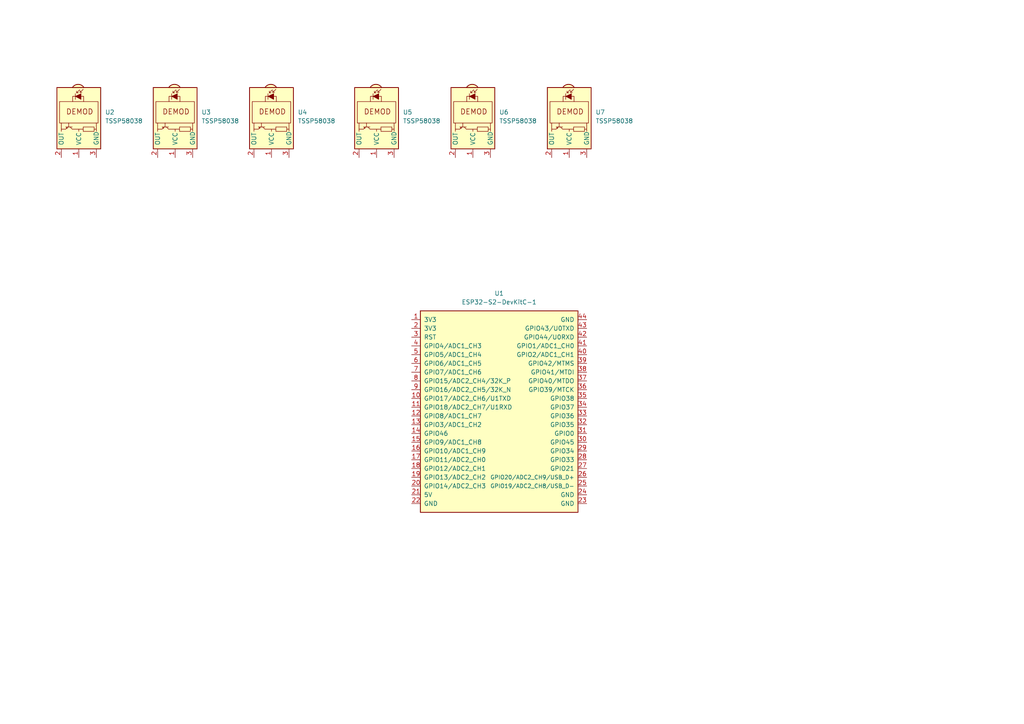
<source format=kicad_sch>
(kicad_sch (version 20231120) (generator "eeschema") (generator_version "8.0")
  (paper "A4")
  (lib_symbols
    (symbol "PCM_Espressif:ESP32-S2-DevKitC-1" (pin_names (offset 1.016))
      (property "Reference" "U" (at -22.86 33.02 0))
      (property "Value" "ESP32-S2-DevKitC-1" (at -22.86 30.48 0))
      (symbol "ESP32-S2-DevKitC-1_0_0"
        (pin input line (at -25.4 -7.62 0) (length 2.54) (name "GPIO46") (number "14"))
        (pin bidirectional line (at -25.4 -20.32 0) (length 2.54) (name "GPIO13/ADC2_CH2") (number "19"))
        (pin power_in line (at -25.4 22.86 0) (length 2.54) (name "3V3") (number "2"))
        (pin bidirectional line (at 25.4 12.7 180) (length 2.54) (name "GPIO42/MTMS") (number "39"))
        (pin bidirectional line (at 25.4 15.24 180) (length 2.54) (name "GPIO2/ADC1_CH1") (number "40"))
        (pin bidirectional line (at 25.4 17.78 180) (length 2.54) (name "GPIO1/ADC1_CH0") (number "41"))
        (pin bidirectional line (at 25.4 20.32 180) (length 2.54) (name "GPIO44/U0RXD") (number "42"))
        (pin bidirectional line (at 25.4 22.86 180) (length 2.54) (name "GPIO43/U0TXD") (number "43"))
        (pin power_in line (at 25.4 25.4 180) (length 2.54) (name "GND") (number "44"))
      )
      (symbol "ESP32-S2-DevKitC-1_0_1"
        (rectangle (start -22.86 27.94) (end 22.86 -30.48) (stroke (width 0.254)) (fill (type background)))
      )
      (symbol "ESP32-S2-DevKitC-1_1_1"
        (pin power_in line (at -25.4 25.4 0) (length 2.54) (name "3V3") (number "1"))
        (pin bidirectional line (at -25.4 2.54 0) (length 2.54) (name "GPIO17/ADC2_CH6/U1TXD") (number "10"))
        (pin bidirectional line (at -25.4 0 0) (length 2.54) (name "GPIO18/ADC2_CH7/U1RXD") (number "11"))
        (pin bidirectional line (at -25.4 -2.54 0) (length 2.54) (name "GPIO8/ADC1_CH7") (number "12"))
        (pin bidirectional line (at -25.4 -5.08 0) (length 2.54) (name "GPIO3/ADC1_CH2") (number "13"))
        (pin bidirectional line (at -25.4 -10.16 0) (length 2.54) (name "GPIO9/ADC1_CH8") (number "15"))
        (pin bidirectional line (at -25.4 -12.7 0) (length 2.54) (name "GPIO10/ADC1_CH9") (number "16"))
        (pin bidirectional line (at -25.4 -15.24 0) (length 2.54) (name "GPIO11/ADC2_CH0") (number "17"))
        (pin bidirectional line (at -25.4 -17.78 0) (length 2.54) (name "GPIO12/ADC2_CH1") (number "18"))
        (pin bidirectional line (at -25.4 -22.86 0) (length 2.54) (name "GPIO14/ADC2_CH3") (number "20"))
        (pin power_in line (at -25.4 -25.4 0) (length 2.54) (name "5V") (number "21"))
        (pin power_in line (at -25.4 -27.94 0) (length 2.54) (name "GND") (number "22"))
        (pin power_in line (at 25.4 -27.94 180) (length 2.54) (name "GND") (number "23"))
        (pin power_in line (at 25.4 -25.4 180) (length 2.54) (name "GND") (number "24"))
        (pin bidirectional line (at 25.4 -22.86 180) (length 2.54) (name "GPIO19/ADC2_CH8/USB_D-") (number "25"))
        (pin bidirectional line (at 25.4 -20.32 180) (length 2.54) (name "GPIO20/ADC2_CH9/USB_D+") (number "26"))
        (pin bidirectional line (at 25.4 -17.78 180) (length 2.54) (name "GPIO21") (number "27"))
        (pin bidirectional line (at 25.4 -15.24 180) (length 2.54) (name "GPIO33") (number "28"))
        (pin bidirectional line (at 25.4 -12.7 180) (length 2.54) (name "GPIO34") (number "29"))
        (pin input line (at -25.4 20.32 0) (length 2.54) (name "RST") (number "3"))
        (pin bidirectional line (at 25.4 -10.16 180) (length 2.54) (name "GPIO45") (number "30"))
        (pin bidirectional line (at 25.4 -7.62 180) (length 2.54) (name "GPIO0") (number "31"))
        (pin bidirectional line (at 25.4 -5.08 180) (length 2.54) (name "GPIO35") (number "32"))
        (pin bidirectional line (at 25.4 -2.54 180) (length 2.54) (name "GPIO36") (number "33"))
        (pin bidirectional line (at 25.4 0 180) (length 2.54) (name "GPIO37") (number "34"))
        (pin bidirectional line (at 25.4 2.54 180) (length 2.54) (name "GPIO38") (number "35"))
        (pin bidirectional line (at 25.4 5.08 180) (length 2.54) (name "GPIO39/MTCK") (number "36"))
        (pin bidirectional line (at 25.4 7.62 180) (length 2.54) (name "GPIO40/MTDO") (number "37"))
        (pin bidirectional line (at 25.4 10.16 180) (length 2.54) (name "GPIO41/MTDI") (number "38"))
        (pin bidirectional line (at -25.4 17.78 0) (length 2.54) (name "GPIO4/ADC1_CH3") (number "4"))
        (pin bidirectional line (at -25.4 15.24 0) (length 2.54) (name "GPIO5/ADC1_CH4") (number "5"))
        (pin bidirectional line (at -25.4 12.7 0) (length 2.54) (name "GPIO6/ADC1_CH5") (number "6"))
        (pin bidirectional line (at -25.4 10.16 0) (length 2.54) (name "GPIO7/ADC1_CH6") (number "7"))
        (pin bidirectional line (at -25.4 7.62 0) (length 2.54) (name "GPIO15/ADC2_CH4/32K_P") (number "8"))
        (pin bidirectional line (at -25.4 5.08 0) (length 2.54) (name "GPIO16/ADC2_CH5/32K_N") (number "9"))
      )
    )
    (symbol "Sensor_Proximity:TSSP58038" (pin_names (offset 1.016))
      (property "Reference" "U2" (at -1.735 11.43 0))
      (property "Value" "TSSP58038" (at -1.735 8.89 0))
      (symbol "TSSP58038_0_0"
        (arc (start -10.287 1.397) (mid -11.0899 -0.1852) (end -10.287 -1.778) (stroke (width 0.254)) (fill (type background)))
        (polyline (pts (xy 1.905 -5.08) (xy 0.127 -5.08)))
        (polyline (pts (xy 1.905 5.08) (xy 0.127 5.08)))
        (text "DEMOD" (at -3.175 0.254 900) (effects (font (size 1.524 1.524))))
      )
      (symbol "TSSP58038_0_1"
        (rectangle (start -10.16 6.35) (end 7.62 -6.35) (stroke (width 0.254)) (fill (type background)))
        (rectangle (start -6.096 5.588) (end 0.127 -5.588))
        (polyline (pts (xy -8.763 0.381) (xy -9.652 1.27)))
        (polyline (pts (xy -8.763 0.381) (xy -9.271 0.381)))
        (polyline (pts (xy -8.763 0.381) (xy -8.763 0.889)))
        (polyline (pts (xy -8.636 -0.635) (xy -9.525 0.254)))
        (polyline (pts (xy -8.636 -0.635) (xy -9.144 -0.635)))
        (polyline (pts (xy -8.636 -0.635) (xy -8.636 -0.127)))
        (polyline (pts (xy -8.382 -1.016) (xy -6.731 -1.016)))
        (polyline (pts (xy 1.27 -2.921) (xy 0.127 -2.921)))
        (polyline (pts (xy 1.27 -1.905) (xy 1.27 -3.81)))
        (polyline (pts (xy 1.397 -3.556) (xy 1.524 -3.556)))
        (polyline (pts (xy 1.651 -3.556) (xy 1.524 -3.556)))
        (polyline (pts (xy 1.651 -3.556) (xy 1.651 -3.302)))
        (polyline (pts (xy 1.905 0) (xy 1.905 1.27)))
        (polyline (pts (xy 1.905 4.445) (xy 1.905 5.08) (xy 2.54 5.08)))
        (polyline (pts (xy -8.382 0.635) (xy -6.731 0.635) (xy -7.62 -1.016) (xy -8.382 0.635)) (fill (type outline)))
        (polyline (pts (xy -6.096 1.397) (xy -7.62 1.397) (xy -7.62 -1.778) (xy -6.096 -1.778)))
        (polyline (pts (xy 1.27 -3.175) (xy 1.905 -3.81) (xy 1.905 -5.08) (xy 2.54 -5.08)))
        (polyline (pts (xy 1.27 -2.54) (xy 1.905 -1.905) (xy 1.905 0) (xy 2.54 0)))
        (rectangle (start 2.54 1.27) (end 1.27 4.445))
      )
      (symbol "TSSP58038_1_1"
        (pin output line (at 10.16 0 180) (length 2.54) (name "VCC") (number "1"))
        (pin power_in line (at 10.16 -5.08 180) (length 2.54) (name "OUT") (number "2"))
        (pin power_in line (at 10.16 5.08 180) (length 2.54) (name "GND") (number "3"))
      )
    )
  )
  (symbol (lib_id "Sensor_Proximity:TSSP58038") (at 137.16 35.56 270) (unit 1)
    (property "Reference" "U6" (at 144.78 32.5549 90) (effects (justify left)))
    (property "Value" "TSSP58038" (at 144.78 35.0949 90) (effects (justify left)))
    (property "Footprint" "OptoDevice:Vishay_MINICAST-3Pin" (effects (hide yes)))
    (property "Datasheet" "http://www.vishay.com/docs/82476/tssp58p38.pdf" (effects (hide yes)))
    (property "Description" "IR Detector for Mid Range Proximity Sensor" (effects (hide yes)))
  )
  (symbol (lib_id "Sensor_Proximity:TSSP58038") (at 109.22 35.56 270) (unit 1)
    (property "Reference" "U5" (at 116.84 32.5549 90) (effects (justify left)))
    (property "Value" "TSSP58038" (at 116.84 35.0949 90) (effects (justify left)))
    (property "Footprint" "OptoDevice:Vishay_MINICAST-3Pin" (effects (hide yes)))
    (property "Datasheet" "http://www.vishay.com/docs/82476/tssp58p38.pdf" (effects (hide yes)))
    (property "Description" "IR Detector for Mid Range Proximity Sensor" (effects (hide yes)))
  )
  (symbol (lib_id "Sensor_Proximity:TSSP58038") (at 22.86 35.56 270) (unit 1)
    (property "Reference" "U2" (at 30.48 32.5549 90) (effects (justify left)))
    (property "Value" "TSSP58038" (at 30.48 35.0949 90) (effects (justify left)))
    (property "Footprint" "OptoDevice:Vishay_MINICAST-3Pin" (effects (hide yes)))
    (property "Datasheet" "http://www.vishay.com/docs/82476/tssp58p38.pdf" (effects (hide yes)))
    (property "Description" "IR Detector for Mid Range Proximity Sensor" (effects (hide yes)))
  )
  (symbol (lib_id "Sensor_Proximity:TSSP58038") (at 50.8 35.56 270) (unit 1)
    (property "Reference" "U3" (at 58.42 32.5549 90) (effects (justify left)))
    (property "Value" "TSSP58038" (at 58.42 35.0949 90) (effects (justify left)))
    (property "Footprint" "OptoDevice:Vishay_MINICAST-3Pin" (effects (hide yes)))
    (property "Datasheet" "http://www.vishay.com/docs/82476/tssp58p38.pdf" (effects (hide yes)))
    (property "Description" "IR Detector for Mid Range Proximity Sensor" (effects (hide yes)))
  )
  (symbol (lib_id "Sensor_Proximity:TSSP58038") (at 165.1 35.56 270) (unit 1)
    (property "Reference" "U7" (at 172.72 32.5549 90) (effects (justify left)))
    (property "Value" "TSSP58038" (at 172.72 35.0949 90) (effects (justify left)))
    (property "Footprint" "OptoDevice:Vishay_MINICAST-3Pin" (effects (hide yes)))
    (property "Datasheet" "http://www.vishay.com/docs/82476/tssp58p38.pdf" (effects (hide yes)))
    (property "Description" "IR Detector for Mid Range Proximity Sensor" (effects (hide yes)))
  )
  (symbol (lib_id "PCM_Espressif:ESP32-S2-DevKitC-1") (at 144.78 118.11 0) (unit 1)
    (property "Reference" "U1" (at 144.78 85.09 0))
    (property "Value" "ESP32-S2-DevKitC-1" (at 144.78 87.63 0))
    (property "Footprint" "PCM_Espressif:ESP32-S2-DevKitC-1" (effects (hide yes)))
    (property "Datasheet" "https://docs.espressif.com/projects/esp-idf/en/latest/esp32s2/hw-reference/esp32s2/user-guide-s2-devkitc-1.html" (effects (hide yes)))
    (property "Description" "ESP32-S2-DevKitC-1" (effects (hide yes)))
  )
  (symbol (lib_id "Sensor_Proximity:TSSP58038") (at 78.74 35.56 270) (unit 1)
    (property "Reference" "U4" (at 86.36 32.5549 90) (effects (justify left)))
    (property "Value" "TSSP58038" (at 86.36 35.0949 90) (effects (justify left)))
    (property "Footprint" "OptoDevice:Vishay_MINICAST-3Pin" (effects (hide yes)))
    (property "Datasheet" "http://www.vishay.com/docs/82476/tssp58p38.pdf" (effects (hide yes)))
    (property "Description" "IR Detector for Mid Range Proximity Sensor" (effects (hide yes)))
  )
)
</source>
